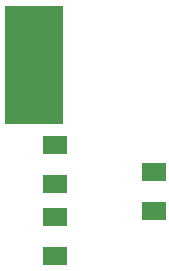
<source format=gbr>
G04 #@! TF.FileFunction,Paste,Bot*
%FSLAX46Y46*%
G04 Gerber Fmt 4.6, Leading zero omitted, Abs format (unit mm)*
G04 Created by KiCad (PCBNEW 4.0.6) date 12/04/17 20:40:56*
%MOMM*%
%LPD*%
G01*
G04 APERTURE LIST*
%ADD10C,0.050000*%
%ADD11R,2.032000X1.524000*%
%ADD12R,5.000000X10.000000*%
G04 APERTURE END LIST*
D10*
D11*
X136144000Y-85217000D03*
X136144000Y-81915000D03*
X136144000Y-79121000D03*
X136144000Y-75819000D03*
X144526000Y-78105000D03*
X144526000Y-81407000D03*
D12*
X134370000Y-69090000D03*
M02*

</source>
